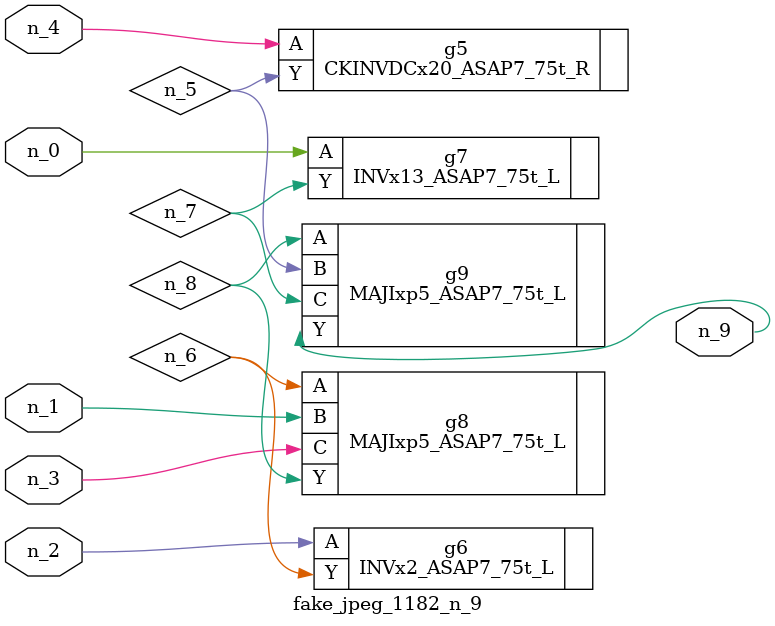
<source format=v>
module fake_jpeg_1182_n_9 (n_3, n_2, n_1, n_0, n_4, n_9);

input n_3;
input n_2;
input n_1;
input n_0;
input n_4;

output n_9;

wire n_8;
wire n_6;
wire n_5;
wire n_7;

CKINVDCx20_ASAP7_75t_R g5 ( 
.A(n_4),
.Y(n_5)
);

INVx2_ASAP7_75t_L g6 ( 
.A(n_2),
.Y(n_6)
);

INVx13_ASAP7_75t_L g7 ( 
.A(n_0),
.Y(n_7)
);

MAJIxp5_ASAP7_75t_L g8 ( 
.A(n_6),
.B(n_1),
.C(n_3),
.Y(n_8)
);

MAJIxp5_ASAP7_75t_L g9 ( 
.A(n_8),
.B(n_5),
.C(n_7),
.Y(n_9)
);


endmodule
</source>
